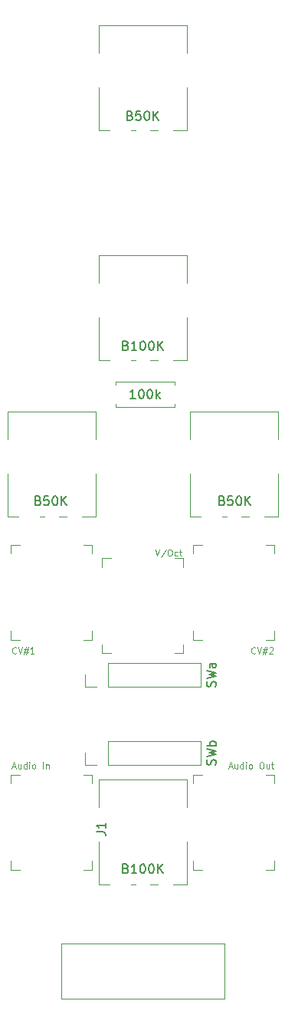
<source format=gbr>
G04 #@! TF.GenerationSoftware,KiCad,Pcbnew,(5.1.10)-1*
G04 #@! TF.CreationDate,2021-07-12T18:34:54+02:00*
G04 #@! TF.ProjectId,YuSynth Improved Steiner VCF Control,59755379-6e74-4682-9049-6d70726f7665,rev?*
G04 #@! TF.SameCoordinates,Original*
G04 #@! TF.FileFunction,Legend,Top*
G04 #@! TF.FilePolarity,Positive*
%FSLAX46Y46*%
G04 Gerber Fmt 4.6, Leading zero omitted, Abs format (unit mm)*
G04 Created by KiCad (PCBNEW (5.1.10)-1) date 2021-07-12 18:34:54*
%MOMM*%
%LPD*%
G01*
G04 APERTURE LIST*
%ADD10C,0.100000*%
%ADD11C,0.120000*%
%ADD12C,0.150000*%
G04 APERTURE END LIST*
D10*
G04 #@! TO.C,SW1*
X10050000Y-104138000D02*
X28050000Y-104138000D01*
D11*
X28050000Y-104138000D02*
X28050000Y-110238000D01*
D10*
X28050000Y-110238000D02*
X10050000Y-110238000D01*
X10050000Y-110238000D02*
X10050000Y-104138000D01*
D11*
G04 #@! TO.C,R1*
X22574000Y-44474000D02*
X22574000Y-44804000D01*
X22574000Y-44804000D02*
X16034000Y-44804000D01*
X16034000Y-44804000D02*
X16034000Y-44474000D01*
X22574000Y-42394000D02*
X22574000Y-42064000D01*
X22574000Y-42064000D02*
X16034000Y-42064000D01*
X16034000Y-42064000D02*
X16034000Y-42394000D01*
G04 #@! TO.C,J7*
X25460000Y-75750000D02*
X25460000Y-73090000D01*
X15240000Y-75750000D02*
X25460000Y-75750000D01*
X15240000Y-73090000D02*
X25460000Y-73090000D01*
X15240000Y-75750000D02*
X15240000Y-73090000D01*
X13970000Y-75750000D02*
X12640000Y-75750000D01*
X12640000Y-75750000D02*
X12640000Y-74420000D01*
G04 #@! TO.C,J6*
X25460000Y-84390000D02*
X25460000Y-81730000D01*
X15240000Y-84390000D02*
X25460000Y-84390000D01*
X15240000Y-81730000D02*
X25460000Y-81730000D01*
X15240000Y-84390000D02*
X15240000Y-81730000D01*
X13970000Y-84390000D02*
X12640000Y-84390000D01*
X12640000Y-84390000D02*
X12640000Y-83060000D01*
G04 #@! TO.C,RV5*
X23920000Y-28050000D02*
X14180000Y-28050000D01*
X23920000Y-39640000D02*
X22430000Y-39640000D01*
X23920000Y-31110000D02*
X23920000Y-28050000D01*
X14170000Y-39640000D02*
X14170000Y-34920000D01*
X14180000Y-31110000D02*
X14180000Y-28050000D01*
X23920000Y-39640000D02*
X23920000Y-34920000D01*
X15360000Y-39640000D02*
X14180000Y-39640000D01*
X18260000Y-39640000D02*
X17730000Y-39640000D01*
X20710000Y-39640000D02*
X19880000Y-39640000D01*
G04 #@! TO.C,RV4*
X23920000Y-2650000D02*
X14180000Y-2650000D01*
X23920000Y-14240000D02*
X22430000Y-14240000D01*
X23920000Y-5710000D02*
X23920000Y-2650000D01*
X14170000Y-14240000D02*
X14170000Y-9520000D01*
X14180000Y-5710000D02*
X14180000Y-2650000D01*
X23920000Y-14240000D02*
X23920000Y-9520000D01*
X15360000Y-14240000D02*
X14180000Y-14240000D01*
X18260000Y-14240000D02*
X17730000Y-14240000D01*
X20710000Y-14240000D02*
X19880000Y-14240000D01*
G04 #@! TO.C,J5*
X15550000Y-72040000D02*
X14550000Y-72040000D01*
X14550000Y-72040000D02*
X14550000Y-71040000D01*
X22550000Y-72040000D02*
X23550000Y-72040000D01*
X23550000Y-72040000D02*
X23550000Y-71040000D01*
X23550000Y-62540000D02*
X23550000Y-61540000D01*
X23550000Y-61540000D02*
X22550000Y-61540000D01*
X14550000Y-62540000D02*
X14550000Y-61540000D01*
X14550000Y-61540000D02*
X15550000Y-61540000D01*
G04 #@! TO.C,RV3*
X13845000Y-45330000D02*
X4105000Y-45330000D01*
X13845000Y-56920000D02*
X12355000Y-56920000D01*
X13845000Y-48390000D02*
X13845000Y-45330000D01*
X4095000Y-56920000D02*
X4095000Y-52200000D01*
X4105000Y-48390000D02*
X4105000Y-45330000D01*
X13845000Y-56920000D02*
X13845000Y-52200000D01*
X5285000Y-56920000D02*
X4105000Y-56920000D01*
X8185000Y-56920000D02*
X7655000Y-56920000D01*
X10635000Y-56920000D02*
X9805000Y-56920000D01*
G04 #@! TO.C,RV2*
X33995000Y-45330000D02*
X24255000Y-45330000D01*
X33995000Y-56920000D02*
X32505000Y-56920000D01*
X33995000Y-48390000D02*
X33995000Y-45330000D01*
X24245000Y-56920000D02*
X24245000Y-52200000D01*
X24255000Y-48390000D02*
X24255000Y-45330000D01*
X33995000Y-56920000D02*
X33995000Y-52200000D01*
X25435000Y-56920000D02*
X24255000Y-56920000D01*
X28335000Y-56920000D02*
X27805000Y-56920000D01*
X30785000Y-56920000D02*
X29955000Y-56920000D01*
G04 #@! TO.C,J4*
X32625000Y-60040000D02*
X33625000Y-60040000D01*
X33625000Y-60040000D02*
X33625000Y-61040000D01*
X25625000Y-60040000D02*
X24625000Y-60040000D01*
X24625000Y-60040000D02*
X24625000Y-61040000D01*
X24625000Y-69540000D02*
X24625000Y-70540000D01*
X24625000Y-70540000D02*
X25625000Y-70540000D01*
X33625000Y-69540000D02*
X33625000Y-70540000D01*
X33625000Y-70540000D02*
X32625000Y-70540000D01*
G04 #@! TO.C,J3*
X12475000Y-60040000D02*
X13475000Y-60040000D01*
X13475000Y-60040000D02*
X13475000Y-61040000D01*
X5475000Y-60040000D02*
X4475000Y-60040000D01*
X4475000Y-60040000D02*
X4475000Y-61040000D01*
X4475000Y-69540000D02*
X4475000Y-70540000D01*
X4475000Y-70540000D02*
X5475000Y-70540000D01*
X13475000Y-69540000D02*
X13475000Y-70540000D01*
X13475000Y-70540000D02*
X12475000Y-70540000D01*
G04 #@! TO.C,J2*
X32625000Y-85440000D02*
X33625000Y-85440000D01*
X33625000Y-85440000D02*
X33625000Y-86440000D01*
X25625000Y-85440000D02*
X24625000Y-85440000D01*
X24625000Y-85440000D02*
X24625000Y-86440000D01*
X24625000Y-94940000D02*
X24625000Y-95940000D01*
X24625000Y-95940000D02*
X25625000Y-95940000D01*
X33625000Y-94940000D02*
X33625000Y-95940000D01*
X33625000Y-95940000D02*
X32625000Y-95940000D01*
G04 #@! TO.C,RV1*
X23932760Y-85970000D02*
X14192760Y-85970000D01*
X23932760Y-97560000D02*
X22442760Y-97560000D01*
X23932760Y-89030000D02*
X23932760Y-85970000D01*
X14182760Y-97560000D02*
X14182760Y-92840000D01*
X14192760Y-89030000D02*
X14192760Y-85970000D01*
X23932760Y-97560000D02*
X23932760Y-92840000D01*
X15372760Y-97560000D02*
X14192760Y-97560000D01*
X18272760Y-97560000D02*
X17742760Y-97560000D01*
X20722760Y-97560000D02*
X19892760Y-97560000D01*
G04 #@! TO.C,J1*
X12475000Y-85440000D02*
X13475000Y-85440000D01*
X13475000Y-85440000D02*
X13475000Y-86440000D01*
X5475000Y-85440000D02*
X4475000Y-85440000D01*
X4475000Y-85440000D02*
X4475000Y-86440000D01*
X4475000Y-94940000D02*
X4475000Y-95940000D01*
X4475000Y-95940000D02*
X5475000Y-95940000D01*
X13475000Y-94940000D02*
X13475000Y-95940000D01*
X13475000Y-95940000D02*
X12475000Y-95940000D01*
G04 #@! TO.C,R1*
D12*
X18232571Y-43886380D02*
X17661142Y-43886380D01*
X17946857Y-43886380D02*
X17946857Y-42886380D01*
X17851619Y-43029238D01*
X17756380Y-43124476D01*
X17661142Y-43172095D01*
X18851619Y-42886380D02*
X18946857Y-42886380D01*
X19042095Y-42934000D01*
X19089714Y-42981619D01*
X19137333Y-43076857D01*
X19184952Y-43267333D01*
X19184952Y-43505428D01*
X19137333Y-43695904D01*
X19089714Y-43791142D01*
X19042095Y-43838761D01*
X18946857Y-43886380D01*
X18851619Y-43886380D01*
X18756380Y-43838761D01*
X18708761Y-43791142D01*
X18661142Y-43695904D01*
X18613523Y-43505428D01*
X18613523Y-43267333D01*
X18661142Y-43076857D01*
X18708761Y-42981619D01*
X18756380Y-42934000D01*
X18851619Y-42886380D01*
X19804000Y-42886380D02*
X19899238Y-42886380D01*
X19994476Y-42934000D01*
X20042095Y-42981619D01*
X20089714Y-43076857D01*
X20137333Y-43267333D01*
X20137333Y-43505428D01*
X20089714Y-43695904D01*
X20042095Y-43791142D01*
X19994476Y-43838761D01*
X19899238Y-43886380D01*
X19804000Y-43886380D01*
X19708761Y-43838761D01*
X19661142Y-43791142D01*
X19613523Y-43695904D01*
X19565904Y-43505428D01*
X19565904Y-43267333D01*
X19613523Y-43076857D01*
X19661142Y-42981619D01*
X19708761Y-42934000D01*
X19804000Y-42886380D01*
X20565904Y-43886380D02*
X20565904Y-42886380D01*
X20661142Y-43505428D02*
X20946857Y-43886380D01*
X20946857Y-43219714D02*
X20565904Y-43600666D01*
G04 #@! TO.C,J7*
X27074761Y-75729523D02*
X27122380Y-75586666D01*
X27122380Y-75348571D01*
X27074761Y-75253333D01*
X27027142Y-75205714D01*
X26931904Y-75158095D01*
X26836666Y-75158095D01*
X26741428Y-75205714D01*
X26693809Y-75253333D01*
X26646190Y-75348571D01*
X26598571Y-75539047D01*
X26550952Y-75634285D01*
X26503333Y-75681904D01*
X26408095Y-75729523D01*
X26312857Y-75729523D01*
X26217619Y-75681904D01*
X26170000Y-75634285D01*
X26122380Y-75539047D01*
X26122380Y-75300952D01*
X26170000Y-75158095D01*
X26122380Y-74824761D02*
X27122380Y-74586666D01*
X26408095Y-74396190D01*
X27122380Y-74205714D01*
X26122380Y-73967619D01*
X27122380Y-73158095D02*
X26598571Y-73158095D01*
X26503333Y-73205714D01*
X26455714Y-73300952D01*
X26455714Y-73491428D01*
X26503333Y-73586666D01*
X27074761Y-73158095D02*
X27122380Y-73253333D01*
X27122380Y-73491428D01*
X27074761Y-73586666D01*
X26979523Y-73634285D01*
X26884285Y-73634285D01*
X26789047Y-73586666D01*
X26741428Y-73491428D01*
X26741428Y-73253333D01*
X26693809Y-73158095D01*
G04 #@! TO.C,J6*
X27074761Y-84369523D02*
X27122380Y-84226666D01*
X27122380Y-83988571D01*
X27074761Y-83893333D01*
X27027142Y-83845714D01*
X26931904Y-83798095D01*
X26836666Y-83798095D01*
X26741428Y-83845714D01*
X26693809Y-83893333D01*
X26646190Y-83988571D01*
X26598571Y-84179047D01*
X26550952Y-84274285D01*
X26503333Y-84321904D01*
X26408095Y-84369523D01*
X26312857Y-84369523D01*
X26217619Y-84321904D01*
X26170000Y-84274285D01*
X26122380Y-84179047D01*
X26122380Y-83940952D01*
X26170000Y-83798095D01*
X26122380Y-83464761D02*
X27122380Y-83226666D01*
X26408095Y-83036190D01*
X27122380Y-82845714D01*
X26122380Y-82607619D01*
X27122380Y-82226666D02*
X26122380Y-82226666D01*
X26503333Y-82226666D02*
X26455714Y-82131428D01*
X26455714Y-81940952D01*
X26503333Y-81845714D01*
X26550952Y-81798095D01*
X26646190Y-81750476D01*
X26931904Y-81750476D01*
X27027142Y-81798095D01*
X27074761Y-81845714D01*
X27122380Y-81940952D01*
X27122380Y-82131428D01*
X27074761Y-82226666D01*
G04 #@! TO.C,RV5*
X17192857Y-38028571D02*
X17335714Y-38076190D01*
X17383333Y-38123809D01*
X17430952Y-38219047D01*
X17430952Y-38361904D01*
X17383333Y-38457142D01*
X17335714Y-38504761D01*
X17240476Y-38552380D01*
X16859523Y-38552380D01*
X16859523Y-37552380D01*
X17192857Y-37552380D01*
X17288095Y-37600000D01*
X17335714Y-37647619D01*
X17383333Y-37742857D01*
X17383333Y-37838095D01*
X17335714Y-37933333D01*
X17288095Y-37980952D01*
X17192857Y-38028571D01*
X16859523Y-38028571D01*
X18383333Y-38552380D02*
X17811904Y-38552380D01*
X18097619Y-38552380D02*
X18097619Y-37552380D01*
X18002380Y-37695238D01*
X17907142Y-37790476D01*
X17811904Y-37838095D01*
X19002380Y-37552380D02*
X19097619Y-37552380D01*
X19192857Y-37600000D01*
X19240476Y-37647619D01*
X19288095Y-37742857D01*
X19335714Y-37933333D01*
X19335714Y-38171428D01*
X19288095Y-38361904D01*
X19240476Y-38457142D01*
X19192857Y-38504761D01*
X19097619Y-38552380D01*
X19002380Y-38552380D01*
X18907142Y-38504761D01*
X18859523Y-38457142D01*
X18811904Y-38361904D01*
X18764285Y-38171428D01*
X18764285Y-37933333D01*
X18811904Y-37742857D01*
X18859523Y-37647619D01*
X18907142Y-37600000D01*
X19002380Y-37552380D01*
X19954761Y-37552380D02*
X20050000Y-37552380D01*
X20145238Y-37600000D01*
X20192857Y-37647619D01*
X20240476Y-37742857D01*
X20288095Y-37933333D01*
X20288095Y-38171428D01*
X20240476Y-38361904D01*
X20192857Y-38457142D01*
X20145238Y-38504761D01*
X20050000Y-38552380D01*
X19954761Y-38552380D01*
X19859523Y-38504761D01*
X19811904Y-38457142D01*
X19764285Y-38361904D01*
X19716666Y-38171428D01*
X19716666Y-37933333D01*
X19764285Y-37742857D01*
X19811904Y-37647619D01*
X19859523Y-37600000D01*
X19954761Y-37552380D01*
X20716666Y-38552380D02*
X20716666Y-37552380D01*
X21288095Y-38552380D02*
X20859523Y-37980952D01*
X21288095Y-37552380D02*
X20716666Y-38123809D01*
G04 #@! TO.C,RV4*
X17669047Y-12628571D02*
X17811904Y-12676190D01*
X17859523Y-12723809D01*
X17907142Y-12819047D01*
X17907142Y-12961904D01*
X17859523Y-13057142D01*
X17811904Y-13104761D01*
X17716666Y-13152380D01*
X17335714Y-13152380D01*
X17335714Y-12152380D01*
X17669047Y-12152380D01*
X17764285Y-12200000D01*
X17811904Y-12247619D01*
X17859523Y-12342857D01*
X17859523Y-12438095D01*
X17811904Y-12533333D01*
X17764285Y-12580952D01*
X17669047Y-12628571D01*
X17335714Y-12628571D01*
X18811904Y-12152380D02*
X18335714Y-12152380D01*
X18288095Y-12628571D01*
X18335714Y-12580952D01*
X18430952Y-12533333D01*
X18669047Y-12533333D01*
X18764285Y-12580952D01*
X18811904Y-12628571D01*
X18859523Y-12723809D01*
X18859523Y-12961904D01*
X18811904Y-13057142D01*
X18764285Y-13104761D01*
X18669047Y-13152380D01*
X18430952Y-13152380D01*
X18335714Y-13104761D01*
X18288095Y-13057142D01*
X19478571Y-12152380D02*
X19573809Y-12152380D01*
X19669047Y-12200000D01*
X19716666Y-12247619D01*
X19764285Y-12342857D01*
X19811904Y-12533333D01*
X19811904Y-12771428D01*
X19764285Y-12961904D01*
X19716666Y-13057142D01*
X19669047Y-13104761D01*
X19573809Y-13152380D01*
X19478571Y-13152380D01*
X19383333Y-13104761D01*
X19335714Y-13057142D01*
X19288095Y-12961904D01*
X19240476Y-12771428D01*
X19240476Y-12533333D01*
X19288095Y-12342857D01*
X19335714Y-12247619D01*
X19383333Y-12200000D01*
X19478571Y-12152380D01*
X20240476Y-13152380D02*
X20240476Y-12152380D01*
X20811904Y-13152380D02*
X20383333Y-12580952D01*
X20811904Y-12152380D02*
X20240476Y-12723809D01*
G04 #@! TO.C,J5*
D10*
X20430000Y-60576666D02*
X20663333Y-61276666D01*
X20896666Y-60576666D01*
X21630000Y-60543333D02*
X21030000Y-61443333D01*
X21996666Y-60576666D02*
X22130000Y-60576666D01*
X22196666Y-60610000D01*
X22263333Y-60676666D01*
X22296666Y-60810000D01*
X22296666Y-61043333D01*
X22263333Y-61176666D01*
X22196666Y-61243333D01*
X22130000Y-61276666D01*
X21996666Y-61276666D01*
X21930000Y-61243333D01*
X21863333Y-61176666D01*
X21830000Y-61043333D01*
X21830000Y-60810000D01*
X21863333Y-60676666D01*
X21930000Y-60610000D01*
X21996666Y-60576666D01*
X22896666Y-61243333D02*
X22830000Y-61276666D01*
X22696666Y-61276666D01*
X22630000Y-61243333D01*
X22596666Y-61210000D01*
X22563333Y-61143333D01*
X22563333Y-60943333D01*
X22596666Y-60876666D01*
X22630000Y-60843333D01*
X22696666Y-60810000D01*
X22830000Y-60810000D01*
X22896666Y-60843333D01*
X23096666Y-60810000D02*
X23363333Y-60810000D01*
X23196666Y-60576666D02*
X23196666Y-61176666D01*
X23230000Y-61243333D01*
X23296666Y-61276666D01*
X23363333Y-61276666D01*
G04 #@! TO.C,RV3*
D12*
X7509047Y-55173571D02*
X7651904Y-55221190D01*
X7699523Y-55268809D01*
X7747142Y-55364047D01*
X7747142Y-55506904D01*
X7699523Y-55602142D01*
X7651904Y-55649761D01*
X7556666Y-55697380D01*
X7175714Y-55697380D01*
X7175714Y-54697380D01*
X7509047Y-54697380D01*
X7604285Y-54745000D01*
X7651904Y-54792619D01*
X7699523Y-54887857D01*
X7699523Y-54983095D01*
X7651904Y-55078333D01*
X7604285Y-55125952D01*
X7509047Y-55173571D01*
X7175714Y-55173571D01*
X8651904Y-54697380D02*
X8175714Y-54697380D01*
X8128095Y-55173571D01*
X8175714Y-55125952D01*
X8270952Y-55078333D01*
X8509047Y-55078333D01*
X8604285Y-55125952D01*
X8651904Y-55173571D01*
X8699523Y-55268809D01*
X8699523Y-55506904D01*
X8651904Y-55602142D01*
X8604285Y-55649761D01*
X8509047Y-55697380D01*
X8270952Y-55697380D01*
X8175714Y-55649761D01*
X8128095Y-55602142D01*
X9318571Y-54697380D02*
X9413809Y-54697380D01*
X9509047Y-54745000D01*
X9556666Y-54792619D01*
X9604285Y-54887857D01*
X9651904Y-55078333D01*
X9651904Y-55316428D01*
X9604285Y-55506904D01*
X9556666Y-55602142D01*
X9509047Y-55649761D01*
X9413809Y-55697380D01*
X9318571Y-55697380D01*
X9223333Y-55649761D01*
X9175714Y-55602142D01*
X9128095Y-55506904D01*
X9080476Y-55316428D01*
X9080476Y-55078333D01*
X9128095Y-54887857D01*
X9175714Y-54792619D01*
X9223333Y-54745000D01*
X9318571Y-54697380D01*
X10080476Y-55697380D02*
X10080476Y-54697380D01*
X10651904Y-55697380D02*
X10223333Y-55125952D01*
X10651904Y-54697380D02*
X10080476Y-55268809D01*
G04 #@! TO.C,RV2*
X27829047Y-55173571D02*
X27971904Y-55221190D01*
X28019523Y-55268809D01*
X28067142Y-55364047D01*
X28067142Y-55506904D01*
X28019523Y-55602142D01*
X27971904Y-55649761D01*
X27876666Y-55697380D01*
X27495714Y-55697380D01*
X27495714Y-54697380D01*
X27829047Y-54697380D01*
X27924285Y-54745000D01*
X27971904Y-54792619D01*
X28019523Y-54887857D01*
X28019523Y-54983095D01*
X27971904Y-55078333D01*
X27924285Y-55125952D01*
X27829047Y-55173571D01*
X27495714Y-55173571D01*
X28971904Y-54697380D02*
X28495714Y-54697380D01*
X28448095Y-55173571D01*
X28495714Y-55125952D01*
X28590952Y-55078333D01*
X28829047Y-55078333D01*
X28924285Y-55125952D01*
X28971904Y-55173571D01*
X29019523Y-55268809D01*
X29019523Y-55506904D01*
X28971904Y-55602142D01*
X28924285Y-55649761D01*
X28829047Y-55697380D01*
X28590952Y-55697380D01*
X28495714Y-55649761D01*
X28448095Y-55602142D01*
X29638571Y-54697380D02*
X29733809Y-54697380D01*
X29829047Y-54745000D01*
X29876666Y-54792619D01*
X29924285Y-54887857D01*
X29971904Y-55078333D01*
X29971904Y-55316428D01*
X29924285Y-55506904D01*
X29876666Y-55602142D01*
X29829047Y-55649761D01*
X29733809Y-55697380D01*
X29638571Y-55697380D01*
X29543333Y-55649761D01*
X29495714Y-55602142D01*
X29448095Y-55506904D01*
X29400476Y-55316428D01*
X29400476Y-55078333D01*
X29448095Y-54887857D01*
X29495714Y-54792619D01*
X29543333Y-54745000D01*
X29638571Y-54697380D01*
X30400476Y-55697380D02*
X30400476Y-54697380D01*
X30971904Y-55697380D02*
X30543333Y-55125952D01*
X30971904Y-54697380D02*
X30400476Y-55268809D01*
G04 #@! TO.C,J4*
D10*
X31490000Y-72005000D02*
X31456666Y-72038333D01*
X31356666Y-72071666D01*
X31290000Y-72071666D01*
X31190000Y-72038333D01*
X31123333Y-71971666D01*
X31090000Y-71905000D01*
X31056666Y-71771666D01*
X31056666Y-71671666D01*
X31090000Y-71538333D01*
X31123333Y-71471666D01*
X31190000Y-71405000D01*
X31290000Y-71371666D01*
X31356666Y-71371666D01*
X31456666Y-71405000D01*
X31490000Y-71438333D01*
X31690000Y-71371666D02*
X31923333Y-72071666D01*
X32156666Y-71371666D01*
X32356666Y-71605000D02*
X32856666Y-71605000D01*
X32556666Y-71305000D02*
X32356666Y-72205000D01*
X32790000Y-71905000D02*
X32290000Y-71905000D01*
X32590000Y-72205000D02*
X32790000Y-71305000D01*
X33056666Y-71438333D02*
X33090000Y-71405000D01*
X33156666Y-71371666D01*
X33323333Y-71371666D01*
X33390000Y-71405000D01*
X33423333Y-71438333D01*
X33456666Y-71505000D01*
X33456666Y-71571666D01*
X33423333Y-71671666D01*
X33023333Y-72071666D01*
X33456666Y-72071666D01*
G04 #@! TO.C,J3*
X5076666Y-72005000D02*
X5043333Y-72038333D01*
X4943333Y-72071666D01*
X4876666Y-72071666D01*
X4776666Y-72038333D01*
X4710000Y-71971666D01*
X4676666Y-71905000D01*
X4643333Y-71771666D01*
X4643333Y-71671666D01*
X4676666Y-71538333D01*
X4710000Y-71471666D01*
X4776666Y-71405000D01*
X4876666Y-71371666D01*
X4943333Y-71371666D01*
X5043333Y-71405000D01*
X5076666Y-71438333D01*
X5276666Y-71371666D02*
X5510000Y-72071666D01*
X5743333Y-71371666D01*
X5943333Y-71605000D02*
X6443333Y-71605000D01*
X6143333Y-71305000D02*
X5943333Y-72205000D01*
X6376666Y-71905000D02*
X5876666Y-71905000D01*
X6176666Y-72205000D02*
X6376666Y-71305000D01*
X7043333Y-72071666D02*
X6643333Y-72071666D01*
X6843333Y-72071666D02*
X6843333Y-71371666D01*
X6776666Y-71471666D01*
X6710000Y-71538333D01*
X6643333Y-71571666D01*
G04 #@! TO.C,J2*
X28590000Y-84571666D02*
X28923333Y-84571666D01*
X28523333Y-84771666D02*
X28756666Y-84071666D01*
X28990000Y-84771666D01*
X29523333Y-84305000D02*
X29523333Y-84771666D01*
X29223333Y-84305000D02*
X29223333Y-84671666D01*
X29256666Y-84738333D01*
X29323333Y-84771666D01*
X29423333Y-84771666D01*
X29490000Y-84738333D01*
X29523333Y-84705000D01*
X30156666Y-84771666D02*
X30156666Y-84071666D01*
X30156666Y-84738333D02*
X30090000Y-84771666D01*
X29956666Y-84771666D01*
X29890000Y-84738333D01*
X29856666Y-84705000D01*
X29823333Y-84638333D01*
X29823333Y-84438333D01*
X29856666Y-84371666D01*
X29890000Y-84338333D01*
X29956666Y-84305000D01*
X30090000Y-84305000D01*
X30156666Y-84338333D01*
X30490000Y-84771666D02*
X30490000Y-84305000D01*
X30490000Y-84071666D02*
X30456666Y-84105000D01*
X30490000Y-84138333D01*
X30523333Y-84105000D01*
X30490000Y-84071666D01*
X30490000Y-84138333D01*
X30923333Y-84771666D02*
X30856666Y-84738333D01*
X30823333Y-84705000D01*
X30790000Y-84638333D01*
X30790000Y-84438333D01*
X30823333Y-84371666D01*
X30856666Y-84338333D01*
X30923333Y-84305000D01*
X31023333Y-84305000D01*
X31090000Y-84338333D01*
X31123333Y-84371666D01*
X31156666Y-84438333D01*
X31156666Y-84638333D01*
X31123333Y-84705000D01*
X31090000Y-84738333D01*
X31023333Y-84771666D01*
X30923333Y-84771666D01*
X32123333Y-84071666D02*
X32256666Y-84071666D01*
X32323333Y-84105000D01*
X32390000Y-84171666D01*
X32423333Y-84305000D01*
X32423333Y-84538333D01*
X32390000Y-84671666D01*
X32323333Y-84738333D01*
X32256666Y-84771666D01*
X32123333Y-84771666D01*
X32056666Y-84738333D01*
X31990000Y-84671666D01*
X31956666Y-84538333D01*
X31956666Y-84305000D01*
X31990000Y-84171666D01*
X32056666Y-84105000D01*
X32123333Y-84071666D01*
X33023333Y-84305000D02*
X33023333Y-84771666D01*
X32723333Y-84305000D02*
X32723333Y-84671666D01*
X32756666Y-84738333D01*
X32823333Y-84771666D01*
X32923333Y-84771666D01*
X32990000Y-84738333D01*
X33023333Y-84705000D01*
X33256666Y-84305000D02*
X33523333Y-84305000D01*
X33356666Y-84071666D02*
X33356666Y-84671666D01*
X33390000Y-84738333D01*
X33456666Y-84771666D01*
X33523333Y-84771666D01*
G04 #@! TO.C,RV1*
D12*
X17192857Y-95813571D02*
X17335714Y-95861190D01*
X17383333Y-95908809D01*
X17430952Y-96004047D01*
X17430952Y-96146904D01*
X17383333Y-96242142D01*
X17335714Y-96289761D01*
X17240476Y-96337380D01*
X16859523Y-96337380D01*
X16859523Y-95337380D01*
X17192857Y-95337380D01*
X17288095Y-95385000D01*
X17335714Y-95432619D01*
X17383333Y-95527857D01*
X17383333Y-95623095D01*
X17335714Y-95718333D01*
X17288095Y-95765952D01*
X17192857Y-95813571D01*
X16859523Y-95813571D01*
X18383333Y-96337380D02*
X17811904Y-96337380D01*
X18097619Y-96337380D02*
X18097619Y-95337380D01*
X18002380Y-95480238D01*
X17907142Y-95575476D01*
X17811904Y-95623095D01*
X19002380Y-95337380D02*
X19097619Y-95337380D01*
X19192857Y-95385000D01*
X19240476Y-95432619D01*
X19288095Y-95527857D01*
X19335714Y-95718333D01*
X19335714Y-95956428D01*
X19288095Y-96146904D01*
X19240476Y-96242142D01*
X19192857Y-96289761D01*
X19097619Y-96337380D01*
X19002380Y-96337380D01*
X18907142Y-96289761D01*
X18859523Y-96242142D01*
X18811904Y-96146904D01*
X18764285Y-95956428D01*
X18764285Y-95718333D01*
X18811904Y-95527857D01*
X18859523Y-95432619D01*
X18907142Y-95385000D01*
X19002380Y-95337380D01*
X19954761Y-95337380D02*
X20050000Y-95337380D01*
X20145238Y-95385000D01*
X20192857Y-95432619D01*
X20240476Y-95527857D01*
X20288095Y-95718333D01*
X20288095Y-95956428D01*
X20240476Y-96146904D01*
X20192857Y-96242142D01*
X20145238Y-96289761D01*
X20050000Y-96337380D01*
X19954761Y-96337380D01*
X19859523Y-96289761D01*
X19811904Y-96242142D01*
X19764285Y-96146904D01*
X19716666Y-95956428D01*
X19716666Y-95718333D01*
X19764285Y-95527857D01*
X19811904Y-95432619D01*
X19859523Y-95385000D01*
X19954761Y-95337380D01*
X20716666Y-96337380D02*
X20716666Y-95337380D01*
X21288095Y-96337380D02*
X20859523Y-95765952D01*
X21288095Y-95337380D02*
X20716666Y-95908809D01*
G04 #@! TO.C,J1*
X13927380Y-91773333D02*
X14641666Y-91773333D01*
X14784523Y-91820952D01*
X14879761Y-91916190D01*
X14927380Y-92059047D01*
X14927380Y-92154285D01*
X14927380Y-90773333D02*
X14927380Y-91344761D01*
X14927380Y-91059047D02*
X13927380Y-91059047D01*
X14070238Y-91154285D01*
X14165476Y-91249523D01*
X14213095Y-91344761D01*
D10*
X4643333Y-84571666D02*
X4976666Y-84571666D01*
X4576666Y-84771666D02*
X4810000Y-84071666D01*
X5043333Y-84771666D01*
X5576666Y-84305000D02*
X5576666Y-84771666D01*
X5276666Y-84305000D02*
X5276666Y-84671666D01*
X5310000Y-84738333D01*
X5376666Y-84771666D01*
X5476666Y-84771666D01*
X5543333Y-84738333D01*
X5576666Y-84705000D01*
X6210000Y-84771666D02*
X6210000Y-84071666D01*
X6210000Y-84738333D02*
X6143333Y-84771666D01*
X6010000Y-84771666D01*
X5943333Y-84738333D01*
X5910000Y-84705000D01*
X5876666Y-84638333D01*
X5876666Y-84438333D01*
X5910000Y-84371666D01*
X5943333Y-84338333D01*
X6010000Y-84305000D01*
X6143333Y-84305000D01*
X6210000Y-84338333D01*
X6543333Y-84771666D02*
X6543333Y-84305000D01*
X6543333Y-84071666D02*
X6510000Y-84105000D01*
X6543333Y-84138333D01*
X6576666Y-84105000D01*
X6543333Y-84071666D01*
X6543333Y-84138333D01*
X6976666Y-84771666D02*
X6910000Y-84738333D01*
X6876666Y-84705000D01*
X6843333Y-84638333D01*
X6843333Y-84438333D01*
X6876666Y-84371666D01*
X6910000Y-84338333D01*
X6976666Y-84305000D01*
X7076666Y-84305000D01*
X7143333Y-84338333D01*
X7176666Y-84371666D01*
X7210000Y-84438333D01*
X7210000Y-84638333D01*
X7176666Y-84705000D01*
X7143333Y-84738333D01*
X7076666Y-84771666D01*
X6976666Y-84771666D01*
X8043333Y-84771666D02*
X8043333Y-84071666D01*
X8376666Y-84305000D02*
X8376666Y-84771666D01*
X8376666Y-84371666D02*
X8410000Y-84338333D01*
X8476666Y-84305000D01*
X8576666Y-84305000D01*
X8643333Y-84338333D01*
X8676666Y-84405000D01*
X8676666Y-84771666D01*
G04 #@! TD*
M02*

</source>
